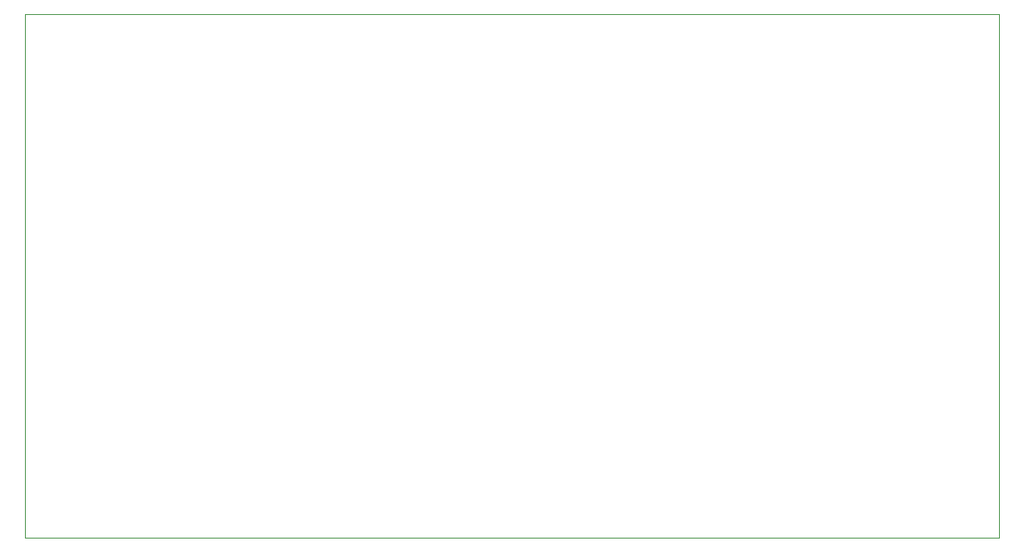
<source format=gm1>
G04 #@! TF.GenerationSoftware,KiCad,Pcbnew,(5.0.0)*
G04 #@! TF.CreationDate,2019-04-25T23:48:33-07:00*
G04 #@! TF.ProjectId,Arduino_Mega_6x,41726475696E6F5F4D6567615F36782E,rev?*
G04 #@! TF.SameCoordinates,Original*
G04 #@! TF.FileFunction,Profile,NP*
%FSLAX46Y46*%
G04 Gerber Fmt 4.6, Leading zero omitted, Abs format (unit mm)*
G04 Created by KiCad (PCBNEW (5.0.0)) date 04/25/19 23:48:33*
%MOMM*%
%LPD*%
G01*
G04 APERTURE LIST*
%ADD10C,0.100000*%
G04 APERTURE END LIST*
D10*
X196850000Y-34290000D02*
X196850000Y-87630000D01*
X295910000Y-34290000D02*
X196850000Y-34290000D01*
X295910000Y-87630000D02*
X295910000Y-34290000D01*
X196850000Y-87630000D02*
X295910000Y-87630000D01*
M02*

</source>
